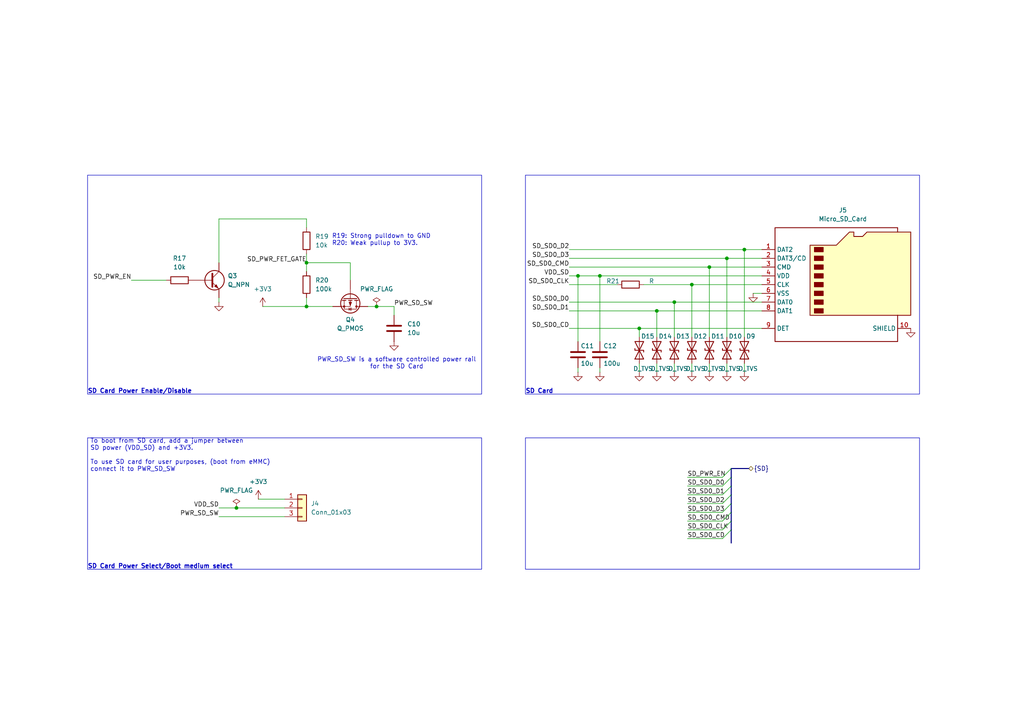
<source format=kicad_sch>
(kicad_sch (version 20250114) (generator "eeschema") (generator_version "9.0")
  (paper "A4")
  (title_block (title "${BOARD_NAME}") (date "${RELEASE_DATE}") (rev "${REVISION}") (company "${COMPANY}") (comment 1 "${VARIANT}"))
  (lib_symbols
    (symbol "Connector:Micro_SD_Card_Det1"
      (property "Reference" "J" (at -16.51 17.78 0))
      (property "Value" "Micro_SD_Card_Det1" (at 16.51 17.78 0))
      (symbol "Micro_SD_Card_Det1_0_1"
        (polyline (pts (xy -8.89 -8.89) (xy -8.89 11.43) (xy -1.27 11.43) (xy 2.54 15.24) (xy 3.81 15.24) (xy 3.81 13.97) (xy 6.35 13.97) (xy 7.62 15.24) (xy 20.32 15.24) (xy 20.32 -8.89) (xy -8.89 -8.89)) (stroke (width 0.254)) (fill (type background)))
        (rectangle (start -7.62 10.795) (end -5.08 9.525) (stroke (width 0.254)) (fill (type outline)))
        (rectangle (start -7.62 8.255) (end -5.08 6.985) (stroke (width 0.254)) (fill (type outline)))
        (rectangle (start -7.62 5.715) (end -5.08 4.445) (stroke (width 0.254)) (fill (type outline)))
        (rectangle (start -7.62 3.175) (end -5.08 1.905) (stroke (width 0.254)) (fill (type outline)))
        (rectangle (start -7.62 0.635) (end -5.08 -0.635) (stroke (width 0.254)) (fill (type outline)))
        (rectangle (start -7.62 -1.905) (end -5.08 -3.175) (stroke (width 0.254)) (fill (type outline)))
        (rectangle (start -7.62 -4.445) (end -5.08 -5.715) (stroke (width 0.254)) (fill (type outline)))
        (rectangle (start -7.62 -6.985) (end -5.08 -8.255) (stroke (width 0.254)) (fill (type outline)))
        (polyline (pts (xy 16.51 15.24) (xy 16.51 16.51) (xy -19.05 16.51) (xy -19.05 -16.51) (xy 16.51 -16.51) (xy 16.51 -8.89)) (stroke (width 0.254)))
      )
      (symbol "Micro_SD_Card_Det1_1_1"
        (pin bidirectional line (at -22.86 10.16 0) (length 3.81) (name "DAT2") (number "1"))
        (pin bidirectional line (at -22.86 7.62 0) (length 3.81) (name "DAT3/CD") (number "2"))
        (pin input line (at -22.86 5.08 0) (length 3.81) (name "CMD") (number "3"))
        (pin power_in line (at -22.86 2.54 0) (length 3.81) (name "VDD") (number "4"))
        (pin input line (at -22.86 0 0) (length 3.81) (name "CLK") (number "5"))
        (pin power_in line (at -22.86 -2.54 0) (length 3.81) (name "VSS") (number "6"))
        (pin bidirectional line (at -22.86 -5.08 0) (length 3.81) (name "DAT0") (number "7"))
        (pin bidirectional line (at -22.86 -7.62 0) (length 3.81) (name "DAT1") (number "8"))
        (pin passive line (at -22.86 -12.7 0) (length 3.81) (name "DET") (number "9"))
        (pin passive line (at 20.32 -12.7 180) (length 3.81) (name "SHIELD") (number "10"))
      )
    )
    (symbol "Connector_Generic:Conn_01x03" (pin_names (offset 1.016) (hide yes))
      (property "Reference" "J" (at 0 5.08 0))
      (property "Value" "Conn_01x03" (at 0 -5.08 0))
      (symbol "Conn_01x03_1_1"
        (rectangle (start -1.27 3.81) (end 1.27 -3.81) (stroke (width 0.254)) (fill (type background)))
        (rectangle (start -1.27 2.667) (end 0 2.413) (stroke (width 0.1524)))
        (rectangle (start -1.27 0.127) (end 0 -0.127) (stroke (width 0.1524)))
        (rectangle (start -1.27 -2.413) (end 0 -2.667) (stroke (width 0.1524)))
        (pin passive line (at -5.08 2.54 0) (length 3.81) (name "Pin_1") (number "1"))
        (pin passive line (at -5.08 0 0) (length 3.81) (name "Pin_2") (number "2"))
        (pin passive line (at -5.08 -2.54 0) (length 3.81) (name "Pin_3") (number "3"))
      )
    )
    (symbol "Device:C" (pin_numbers (hide yes)) (pin_names (offset 0.254))
      (property "Reference" "C" (at 0.635 2.54 0))
      (property "Value" "C" (at 0.635 -2.54 0))
      (symbol "C_0_1"
        (polyline (pts (xy -2.032 0.762) (xy 2.032 0.762)) (stroke (width 0.508)))
        (polyline (pts (xy -2.032 -0.762) (xy 2.032 -0.762)) (stroke (width 0.508)))
      )
      (symbol "C_1_1"
        (pin passive line (at 0 3.81 270) (length 2.794) (name "~") (number "1"))
        (pin passive line (at 0 -3.81 90) (length 2.794) (name "~") (number "2"))
      )
    )
    (symbol "Device:D_TVS" (pin_numbers (hide yes)) (pin_names (offset 1.016) (hide yes))
      (property "Reference" "D" (at 0 2.54 0))
      (property "Value" "D_TVS" (at 0 -2.54 0))
      (symbol "D_TVS_0_1"
        (polyline (pts (xy -2.54 1.27) (xy -2.54 -1.27) (xy 2.54 1.27) (xy 2.54 -1.27) (xy -2.54 1.27)) (stroke (width 0.254)))
        (polyline (pts (xy 0.508 1.27) (xy 0 1.27) (xy 0 -1.27) (xy -0.508 -1.27)) (stroke (width 0.254)))
        (polyline (pts (xy 1.27 0) (xy -1.27 0)))
      )
      (symbol "D_TVS_1_1"
        (pin passive line (at -3.81 0 0) (length 2.54) (name "A1") (number "1"))
        (pin passive line (at 3.81 0 180) (length 2.54) (name "A2") (number "2"))
      )
    )
    (symbol "Device:Q_NPN" (pin_numbers (hide yes)) (pin_names (offset 0) (hide yes))
      (property "Reference" "Q" (at 5.08 1.27 0))
      (property "Value" "Q_NPN" (at 5.08 -1.27 0))
      (symbol "Q_NPN_0_1"
        (polyline (pts (xy -2.54 0) (xy 0.635 0)))
        (polyline (pts (xy 0.635 1.905) (xy 0.635 -1.905)) (stroke (width 0.508)))
        (polyline (pts (xy 0.635 0.635) (xy 2.54 2.54)))
        (polyline (pts (xy 0.635 -0.635) (xy 2.54 -2.54)))
        (circle (center 1.27 0) (radius 2.8194) (stroke (width 0.254)))
        (polyline (pts (xy 1.27 -1.778) (xy 1.778 -1.27) (xy 2.286 -2.286) (xy 1.27 -1.778)) (fill (type outline)))
      )
      (symbol "Q_NPN_1_1"
        (pin input line (at -5.08 0 0) (length 2.54) (name "B") (number "B"))
        (pin passive line (at 2.54 5.08 270) (length 2.54) (name "C") (number "C"))
        (pin passive line (at 2.54 -5.08 90) (length 2.54) (name "E") (number "E"))
      )
    )
    (symbol "Device:Q_PMOS" (pin_numbers (hide yes)) (pin_names (offset 0) (hide yes))
      (property "Reference" "Q" (at 5.08 1.27 0))
      (property "Value" "Q_PMOS" (at 5.08 -1.27 0))
      (symbol "Q_PMOS_0_1"
        (polyline (pts (xy 0.254 1.905) (xy 0.254 -1.905)) (stroke (width 0.254)))
        (polyline (pts (xy 0.254 0) (xy -2.54 0)))
        (polyline (pts (xy 0.762 2.286) (xy 0.762 1.27)) (stroke (width 0.254)))
        (polyline (pts (xy 0.762 1.778) (xy 3.302 1.778) (xy 3.302 -1.778) (xy 0.762 -1.778)))
        (polyline (pts (xy 0.762 0.508) (xy 0.762 -0.508)) (stroke (width 0.254)))
        (polyline (pts (xy 0.762 -1.27) (xy 0.762 -2.286)) (stroke (width 0.254)))
        (circle (center 1.651 0) (radius 2.794) (stroke (width 0.254)))
        (polyline (pts (xy 2.286 0) (xy 1.27 0.381) (xy 1.27 -0.381) (xy 2.286 0)) (fill (type outline)))
        (polyline (pts (xy 2.54 2.54) (xy 2.54 1.778)))
        (circle (center 2.54 1.778) (radius 0.254) (fill (type outline)))
        (circle (center 2.54 -1.778) (radius 0.254) (fill (type outline)))
        (polyline (pts (xy 2.54 -2.54) (xy 2.54 0) (xy 0.762 0)))
        (polyline (pts (xy 2.921 -0.381) (xy 3.683 -0.381)))
        (polyline (pts (xy 3.302 -0.381) (xy 2.921 0.254) (xy 3.683 0.254) (xy 3.302 -0.381)))
      )
      (symbol "Q_PMOS_1_1"
        (pin input line (at -5.08 0 0) (length 2.54) (name "G") (number "G"))
        (pin passive line (at 2.54 5.08 270) (length 2.54) (name "D") (number "D"))
        (pin passive line (at 2.54 -5.08 90) (length 2.54) (name "S") (number "S"))
      )
    )
    (symbol "Device:R" (pin_numbers (hide yes)) (pin_names (offset 0))
      (property "Reference" "R" (at 2.032 0 90))
      (property "Value" "R" (at 0 0 90))
      (symbol "R_0_1"
        (rectangle (start -1.016 -2.54) (end 1.016 2.54) (stroke (width 0.254)))
      )
      (symbol "R_1_1"
        (pin passive line (at 0 3.81 270) (length 1.27) (name "~") (number "1"))
        (pin passive line (at 0 -3.81 90) (length 1.27) (name "~") (number "2"))
      )
    )
    (symbol "power:+3V3" (power) (pin_numbers (hide yes)) (pin_names (offset 0) (hide yes))
      (property "Value" "+3V3" (at 0 3.556 0))
      (symbol "+3V3_0_1"
        (polyline (pts (xy -0.762 1.27) (xy 0 2.54)))
        (polyline (pts (xy 0 2.54) (xy 0.762 1.27)))
        (polyline (pts (xy 0 0) (xy 0 2.54)))
      )
      (symbol "+3V3_1_1"
        (pin power_in line (at 0 0 90) (length 0) (name "~") (number "1"))
      )
    )
    (symbol "power:GND" (power) (pin_numbers (hide yes)) (pin_names (offset 0) (hide yes))
      (property "Value" "GND" (at 0 -3.81 0))
      (symbol "GND_0_1"
        (polyline (pts (xy 0 0) (xy 0 -1.27) (xy 1.27 -1.27) (xy 0 -2.54) (xy -1.27 -1.27) (xy 0 -1.27)))
      )
      (symbol "GND_1_1"
        (pin power_in line (at 0 0 270) (length 0) (name "~") (number "1"))
      )
    )
    (symbol "power:PWR_FLAG" (power) (pin_numbers (hide yes)) (pin_names (offset 0) (hide yes))
      (property "Value" "PWR_FLAG" (at 0 3.81 0))
      (symbol "PWR_FLAG_0_0"
        (pin power_out line (at 0 0 90) (length 0) (name "~") (number "1"))
      )
      (symbol "PWR_FLAG_0_1"
        (polyline (pts (xy 0 0) (xy 0 1.27) (xy -1.016 1.905) (xy 0 2.54) (xy 1.016 1.905) (xy 0 1.27)))
      )
    )
  )
  (bus_alias "SD" (members "SD_PWR_EN" "SD_SD0_D0" "SD_SD0_D1" "SD_SD0_D2" "SD_SD0_D3" "SD_SD0_CMD" "SD_SD0_CLK" "SD_SD0_CD"))
  (rectangle (start 152.4 127) (end 266.7 165.1))
  (rectangle (start 25.4 50.8) (end 139.7 114.3))
  (rectangle (start 25.4 127) (end 139.7 165.1))
  (rectangle (start 152.4 50.8) (end 266.7 114.3))
  (text "R19: Strong pulldown to GND\nR20: Weak pullup to 3V3." (at 96.266 69.596 0) (effects (font (size 1.27 1.27)) (justify left)))
  (text "To boot from SD card, add a jumper between\nSD power (VDD_SD) and +3V3.\n\nTo use SD card for user purposes, (boot from eMMC)\nconnect it to PWR_SD_SW" (at 26.162 132.08 0) (effects (font (size 1.27 1.27)) (justify left)))
  (text "SD Card Power Select/Boot medium select" (at 25.4 165.1 0) (effects (font (size 1.27 1.27) (thickness 0.254) (bold yes)) (justify left bottom)))
  (text "SD Card Power Enable/Disable" (at 25.4 114.3 0) (effects (font (size 1.27 1.27) (thickness 0.254) (bold yes)) (justify left bottom)))
  (text "PWR_SD_SW is a software controlled power rail\nfor the SD Card" (at 115.062 105.41 0) (effects (font (size 1.27 1.27))))
  (text "SD Card" (at 152.4 114.3 0) (effects (font (size 1.27 1.27) (thickness 0.254) (bold yes)) (justify left bottom)))
  (junction (at 210.82 74.93))
  (junction (at 88.9 76.2))
  (junction (at 109.22 88.9))
  (junction (at 173.99 80.01))
  (junction (at 200.66 82.55))
  (junction (at 215.9 72.39))
  (junction (at 167.64 80.01))
  (junction (at 195.58 87.63))
  (junction (at 88.9 88.9))
  (junction (at 185.42 95.25))
  (junction (at 190.5 90.17))
  (junction (at 205.74 77.47))
  (junction (at 68.58 147.32))
  (bus_entry (at 212.09 151.13) (size -2.54 2.54))
  (bus_entry (at 212.09 140.97) (size -2.54 2.54))
  (bus_entry (at 212.09 148.59) (size -2.54 2.54))
  (bus_entry (at 212.09 153.67) (size -2.54 2.54))
  (bus_entry (at 212.09 143.51) (size -2.54 2.54))
  (bus_entry (at 212.09 135.89) (size -2.54 2.54))
  (bus_entry (at 212.09 138.43) (size -2.54 2.54))
  (bus_entry (at 212.09 146.05) (size -2.54 2.54))
  (wire (pts (xy 74.93 144.78) (xy 82.55 144.78)))
  (bus (pts (xy 212.09 143.51) (xy 212.09 146.05)))
  (wire (pts (xy 199.39 140.97) (xy 209.55 140.97)))
  (bus (pts (xy 212.09 146.05) (xy 212.09 148.59)))
  (wire (pts (xy 200.66 82.55) (xy 200.66 97.79)))
  (wire (pts (xy 195.58 87.63) (xy 220.98 87.63)))
  (bus (pts (xy 217.17 135.89) (xy 212.09 135.89)))
  (wire (pts (xy 101.6 81.28) (xy 101.6 76.2)))
  (wire (pts (xy 68.58 147.32) (xy 82.55 147.32)))
  (wire (pts (xy 101.6 76.2) (xy 88.9 76.2)))
  (wire (pts (xy 199.39 156.21) (xy 209.55 156.21)))
  (wire (pts (xy 63.5 149.86) (xy 82.55 149.86)))
  (wire (pts (xy 173.99 80.01) (xy 220.98 80.01)))
  (wire (pts (xy 63.5 76.2) (xy 63.5 63.5)))
  (wire (pts (xy 186.69 82.55) (xy 200.66 82.55)))
  (wire (pts (xy 215.9 72.39) (xy 220.98 72.39)))
  (wire (pts (xy 167.64 80.01) (xy 165.1 80.01)))
  (wire (pts (xy 114.3 88.9) (xy 114.3 91.44)))
  (wire (pts (xy 205.74 105.41) (xy 205.74 107.95)))
  (wire (pts (xy 167.64 107.95) (xy 167.64 106.68)))
  (wire (pts (xy 199.39 143.51) (xy 209.55 143.51)))
  (wire (pts (xy 199.39 151.13) (xy 209.55 151.13)))
  (wire (pts (xy 165.1 90.17) (xy 190.5 90.17)))
  (wire (pts (xy 165.1 95.25) (xy 185.42 95.25)))
  (wire (pts (xy 185.42 95.25) (xy 185.42 97.79)))
  (wire (pts (xy 185.42 95.25) (xy 220.98 95.25)))
  (wire (pts (xy 88.9 76.2) (xy 88.9 78.74)))
  (wire (pts (xy 88.9 73.66) (xy 88.9 76.2)))
  (wire (pts (xy 63.5 86.36) (xy 63.5 87.63)))
  (wire (pts (xy 190.5 90.17) (xy 190.5 97.79)))
  (wire (pts (xy 63.5 63.5) (xy 88.9 63.5)))
  (wire (pts (xy 205.74 77.47) (xy 220.98 77.47)))
  (wire (pts (xy 173.99 107.95) (xy 173.99 106.68)))
  (wire (pts (xy 215.9 72.39) (xy 215.9 97.79)))
  (wire (pts (xy 185.42 107.95) (xy 185.42 105.41)))
  (wire (pts (xy 215.9 105.41) (xy 215.9 107.95)))
  (wire (pts (xy 190.5 105.41) (xy 190.5 107.95)))
  (wire (pts (xy 167.64 99.06) (xy 167.64 80.01)))
  (bus (pts (xy 212.09 153.67) (xy 212.09 157.48)))
  (bus (pts (xy 212.09 148.59) (xy 212.09 151.13)))
  (wire (pts (xy 165.1 87.63) (xy 195.58 87.63)))
  (wire (pts (xy 218.44 85.09) (xy 220.98 85.09)))
  (bus (pts (xy 212.09 140.97) (xy 212.09 143.51)))
  (wire (pts (xy 199.39 138.43) (xy 209.55 138.43)))
  (wire (pts (xy 200.66 82.55) (xy 220.98 82.55)))
  (wire (pts (xy 165.1 77.47) (xy 205.74 77.47)))
  (bus (pts (xy 212.09 138.43) (xy 212.09 140.97)))
  (wire (pts (xy 106.68 88.9) (xy 109.22 88.9)))
  (wire (pts (xy 63.5 147.32) (xy 68.58 147.32)))
  (wire (pts (xy 165.1 74.93) (xy 210.82 74.93)))
  (bus (pts (xy 212.09 151.13) (xy 212.09 153.67)))
  (bus (pts (xy 212.09 135.89) (xy 212.09 138.43)))
  (wire (pts (xy 199.39 146.05) (xy 209.55 146.05)))
  (wire (pts (xy 88.9 88.9) (xy 96.52 88.9)))
  (wire (pts (xy 165.1 72.39) (xy 215.9 72.39)))
  (wire (pts (xy 109.22 88.9) (xy 114.3 88.9)))
  (wire (pts (xy 76.2 88.9) (xy 88.9 88.9)))
  (wire (pts (xy 200.66 105.41) (xy 200.66 107.95)))
  (wire (pts (xy 195.58 87.63) (xy 195.58 97.79)))
  (wire (pts (xy 88.9 63.5) (xy 88.9 66.04)))
  (wire (pts (xy 88.9 88.9) (xy 88.9 86.36)))
  (wire (pts (xy 210.82 105.41) (xy 210.82 107.95)))
  (wire (pts (xy 195.58 105.41) (xy 195.58 107.95)))
  (wire (pts (xy 165.1 82.55) (xy 179.07 82.55)))
  (wire (pts (xy 210.82 74.93) (xy 210.82 97.79)))
  (wire (pts (xy 190.5 90.17) (xy 220.98 90.17)))
  (wire (pts (xy 205.74 77.47) (xy 205.74 97.79)))
  (wire (pts (xy 173.99 99.06) (xy 173.99 80.01)))
  (wire (pts (xy 38.1 81.28) (xy 48.26 81.28)))
  (wire (pts (xy 199.39 148.59) (xy 209.55 148.59)))
  (wire (pts (xy 210.82 74.93) (xy 220.98 74.93)))
  (wire (pts (xy 167.64 80.01) (xy 173.99 80.01)))
  (wire (pts (xy 199.39 153.67) (xy 209.55 153.67)))
  (label "SD_SD0_D0" (at 165.1 87.63 180))
  (label "SD_SD0_CMD" (at 199.39 151.13 0))
  (label "VDD_SD" (at 63.5 147.32 180))
  (label "VDD_SD" (at 165.1 80.01 180))
  (label "PWR_SD_SW" (at 63.5 149.86 180))
  (label "SD_SD0_D0" (at 199.39 140.97 0))
  (label "SD_PWR_EN" (at 199.39 138.43 0))
  (label "SD_SD0_D3" (at 199.39 148.59 0))
  (label "SD_SD0_CLK" (at 199.39 153.67 0))
  (label "SD_PWR_EN" (at 38.1 81.28 180))
  (label "SD_SD0_D2" (at 165.1 72.39 180))
  (label "SD_SD0_CD" (at 165.1 95.25 180))
  (label "SD_SD0_CLK" (at 165.1 82.55 180))
  (label "PWR_SD_SW" (at 114.3 88.9 0))
  (label "SD_SD0_CD" (at 199.39 156.21 0))
  (label "SD_PWR_FET_GATE" (at 88.9 76.2 180))
  (label "SD_SD0_CMD" (at 165.1 77.47 180))
  (label "SD_SD0_D3" (at 165.1 74.93 180))
  (label "SD_SD0_D1" (at 165.1 90.17 180))
  (label "SD_SD0_D1" (at 199.39 143.51 0))
  (label "SD_SD0_D2" (at 199.39 146.05 0))
  (hierarchical_label "{SD}" (shape bidirectional) (at 217.17 135.89 0))
  (symbol (lib_id "Connector_Generic:Conn_01x03") (at 87.63 147.32 0) (unit 1)
    (property "Reference" "J4" (at 90.17 146.0499 0) (effects (justify left)))
    (property "Value" "Conn_01x03" (at 90.17 148.5899 0) (effects (justify left)))
    (property "Description" "Generic connector, single row, 01x03, script generated (kicad-library-utils/schlib/autogen/connector/)" (effects (hide yes)))
  )
  (symbol (lib_id "power:GND") (at 218.44 85.09 0) (unit 1)
    (property "Reference" "#PWR049" (effects (hide yes)))
    (property "Value" "GND" (effects (hide yes)))
    (property "Description" "Power symbol creates a global label with name \"GND\" , ground" (effects (hide yes)))
  )
  (symbol (lib_id "Device:R") (at 182.88 82.55 90) (unit 1)
    (property "Reference" "R21" (at 177.8 81.534 90))
    (property "Value" "R" (at 188.976 81.534 90))
    (property "Description" "Resistor" (effects (hide yes)))
  )
  (symbol (lib_id "power:GND") (at 264.16 95.25 0) (unit 1)
    (property "Reference" "#PWR048" (effects (hide yes)))
    (property "Value" "GND" (effects (hide yes)))
    (property "Description" "Power symbol creates a global label with name \"GND\" , ground" (effects (hide yes)))
  )
  (symbol (lib_id "Device:D_TVS") (at 205.74 101.6 90) (unit 1)
    (property "Reference" "D11" (at 206.248 97.536 90) (effects (justify right)))
    (property "Value" "D_TVS" (at 203.962 106.934 90) (effects (justify right)))
    (property "Description" "Bidirectional transient-voltage-suppression diode" (effects (hide yes)))
  )
  (symbol (lib_id "power:PWR_FLAG") (at 109.22 88.9 0) (unit 1)
    (property "Reference" "#FLG06" (effects (hide yes)))
    (property "Value" "PWR_FLAG" (at 109.22 83.82 0))
    (property "Description" "Special symbol for telling ERC where power comes from" (effects (hide yes)))
  )
  (symbol (lib_id "Device:R") (at 52.07 81.28 90) (unit 1)
    (property "Reference" "R17" (at 52.07 74.93 90))
    (property "Value" "10k" (at 52.07 77.47 90))
    (property "Description" "Resistor" (effects (hide yes)))
  )
  (symbol (lib_id "Device:C") (at 167.64 102.87 0) (unit 1)
    (property "Reference" "C11" (at 168.402 100.33 0) (effects (justify left)))
    (property "Value" "10u" (at 168.402 105.41 0) (effects (justify left)))
    (property "Description" "Unpolarized capacitor" (effects (hide yes)))
  )
  (symbol (lib_id "Device:Q_NPN") (at 60.96 81.28 0) (unit 1)
    (property "Reference" "Q3" (at 66.04 80.0099 0) (effects (justify left)))
    (property "Value" "Q_NPN" (at 66.04 82.5499 0) (effects (justify left)))
    (property "Description" "NPN bipolar junction transistor" (effects (hide yes)))
  )
  (symbol (lib_id "power:GND") (at 114.3 99.06 0) (unit 1)
    (property "Reference" "#PWR046" (effects (hide yes)))
    (property "Value" "GND" (effects (hide yes)))
    (property "Description" "Power symbol creates a global label with name \"GND\" , ground" (effects (hide yes)))
  )
  (symbol (lib_id "Device:D_TVS") (at 185.42 101.6 90) (unit 1)
    (property "Reference" "D15" (at 185.928 97.536 90) (effects (justify right)))
    (property "Value" "D_TVS" (at 183.642 106.934 90) (effects (justify right)))
    (property "Description" "Bidirectional transient-voltage-suppression diode" (effects (hide yes)))
  )
  (symbol (lib_id "Device:C") (at 114.3 95.25 0) (unit 1)
    (property "Reference" "C10" (at 118.11 93.9799 0) (effects (justify left)))
    (property "Value" "10u" (at 118.11 96.5199 0) (effects (justify left)))
    (property "Description" "Unpolarized capacitor" (effects (hide yes)))
  )
  (symbol (lib_id "power:GND") (at 185.42 107.95 0) (unit 1)
    (property "Reference" "#PWR052" (effects (hide yes)))
    (property "Value" "GND" (effects (hide yes)))
    (property "Description" "Power symbol creates a global label with name \"GND\" , ground" (effects (hide yes)))
  )
  (symbol (lib_id "Device:D_TVS") (at 215.9 101.6 90) (unit 1)
    (property "Reference" "D9" (at 216.408 97.536 90) (effects (justify right)))
    (property "Value" "D_TVS" (at 214.122 106.934 90) (effects (justify right)))
    (property "Description" "Bidirectional transient-voltage-suppression diode" (effects (hide yes)))
  )
  (symbol (lib_id "power:GND") (at 173.99 107.95 0) (unit 1)
    (property "Reference" "#PWR051" (effects (hide yes)))
    (property "Value" "GND" (effects (hide yes)))
    (property "Description" "Power symbol creates a global label with name \"GND\" , ground" (effects (hide yes)))
  )
  (symbol (lib_id "power:+3V3") (at 76.2 88.9 0) (unit 1)
    (property "Reference" "#PWR045" (effects (hide yes)))
    (property "Value" "+3V3" (at 76.2 83.82 0))
    (property "Description" "Power symbol creates a global label with name \"+3V3\"" (effects (hide yes)))
  )
  (symbol (lib_id "power:GND") (at 210.82 107.95 0) (unit 1)
    (property "Reference" "#PWR056" (effects (hide yes)))
    (property "Value" "GND" (effects (hide yes)))
    (property "Description" "Power symbol creates a global label with name \"GND\" , ground" (effects (hide yes)))
  )
  (symbol (lib_id "Connector:Micro_SD_Card_Det1") (at 243.84 82.55 0) (unit 1)
    (property "Reference" "J5" (at 244.475 60.96 0))
    (property "Value" "Micro_SD_Card" (at 244.475 63.5 0))
    (property "Datasheet" "https://datasheet.lcsc.com/lcsc/2110151630_XKB-Connectivity-XKTF-015-N_C381082.pdf" (effects (hide yes)))
    (property "Description" "Micro SD Card Socket with one card detection pin" (effects (hide yes)))
  )
  (symbol (lib_id "power:GND") (at 167.64 107.95 0) (unit 1)
    (property "Reference" "#PWR050" (effects (hide yes)))
    (property "Value" "GND" (effects (hide yes)))
    (property "Description" "Power symbol creates a global label with name \"GND\" , ground" (effects (hide yes)))
  )
  (symbol (lib_id "power:PWR_FLAG") (at 68.58 147.32 0) (unit 1)
    (property "Reference" "#FLG07" (effects (hide yes)))
    (property "Value" "PWR_FLAG" (at 68.58 142.24 0))
    (property "Description" "Special symbol for telling ERC where power comes from" (effects (hide yes)))
  )
  (symbol (lib_id "Device:D_TVS") (at 190.5 101.6 90) (unit 1)
    (property "Reference" "D14" (at 191.008 97.536 90) (effects (justify right)))
    (property "Value" "D_TVS" (at 188.722 106.934 90) (effects (justify right)))
    (property "Description" "Bidirectional transient-voltage-suppression diode" (effects (hide yes)))
  )
  (symbol (lib_id "Device:Q_PMOS") (at 101.6 86.36 270) (unit 1)
    (property "Reference" "Q4" (at 101.6 92.71 90))
    (property "Value" "Q_PMOS" (at 101.6 95.25 90))
    (property "Description" "P-MOSFET transistor" (effects (hide yes)))
  )
  (symbol (lib_id "power:GND") (at 195.58 107.95 0) (unit 1)
    (property "Reference" "#PWR053" (effects (hide yes)))
    (property "Value" "GND" (effects (hide yes)))
    (property "Description" "Power symbol creates a global label with name \"GND\" , ground" (effects (hide yes)))
  )
  (symbol (lib_id "power:GND") (at 215.9 107.95 0) (unit 1)
    (property "Reference" "#PWR057" (effects (hide yes)))
    (property "Value" "GND" (effects (hide yes)))
    (property "Description" "Power symbol creates a global label with name \"GND\" , ground" (effects (hide yes)))
  )
  (symbol (lib_id "Device:D_TVS") (at 195.58 101.6 90) (unit 1)
    (property "Reference" "D13" (at 196.088 97.536 90) (effects (justify right)))
    (property "Value" "D_TVS" (at 193.802 106.934 90) (effects (justify right)))
    (property "Description" "Bidirectional transient-voltage-suppression diode" (effects (hide yes)))
  )
  (symbol (lib_id "power:GND") (at 205.74 107.95 0) (unit 1)
    (property "Reference" "#PWR055" (effects (hide yes)))
    (property "Value" "GND" (effects (hide yes)))
    (property "Description" "Power symbol creates a global label with name \"GND\" , ground" (effects (hide yes)))
  )
  (symbol (lib_id "Device:R") (at 88.9 82.55 180) (unit 1)
    (property "Reference" "R20" (at 91.44 81.2799 0) (effects (justify right)))
    (property "Value" "100k" (at 91.44 83.8199 0) (effects (justify right)))
    (property "Description" "Resistor" (effects (hide yes)))
  )
  (symbol (lib_id "power:GND") (at 190.5 107.95 0) (unit 1)
    (property "Reference" "#PWR058" (effects (hide yes)))
    (property "Value" "GND" (effects (hide yes)))
    (property "Description" "Power symbol creates a global label with name \"GND\" , ground" (effects (hide yes)))
  )
  (symbol (lib_id "Device:D_TVS") (at 200.66 101.6 90) (unit 1)
    (property "Reference" "D12" (at 201.168 97.536 90) (effects (justify right)))
    (property "Value" "D_TVS" (at 198.882 106.934 90) (effects (justify right)))
    (property "Description" "Bidirectional transient-voltage-suppression diode" (effects (hide yes)))
  )
  (symbol (lib_id "Device:R") (at 88.9 69.85 0) (unit 1)
    (property "Reference" "R19" (at 91.44 68.5799 0) (effects (justify left)))
    (property "Value" "10k" (at 91.44 71.1199 0) (effects (justify left)))
    (property "Description" "Resistor" (effects (hide yes)))
  )
  (symbol (lib_id "Device:D_TVS") (at 210.82 101.6 90) (unit 1)
    (property "Reference" "D10" (at 211.328 97.536 90) (effects (justify right)))
    (property "Value" "D_TVS" (at 209.042 106.934 90) (effects (justify right)))
    (property "Description" "Bidirectional transient-voltage-suppression diode" (effects (hide yes)))
  )
  (symbol (lib_id "power:GND") (at 63.5 87.63 0) (unit 1)
    (property "Reference" "#PWR044" (effects (hide yes)))
    (property "Value" "GND" (effects (hide yes)))
    (property "Description" "Power symbol creates a global label with name \"GND\" , ground" (effects (hide yes)))
  )
  (symbol (lib_id "power:+3V3") (at 74.93 144.78 0) (unit 1)
    (property "Reference" "#PWR047" (effects (hide yes)))
    (property "Value" "+3V3" (at 74.93 139.7 0))
    (property "Description" "Power symbol creates a global label with name \"+3V3\"" (effects (hide yes)))
  )
  (symbol (lib_id "Device:C") (at 173.99 102.87 0) (unit 1)
    (property "Reference" "C12" (at 175.006 100.33 0) (effects (justify left)))
    (property "Value" "100u" (at 175.006 105.41 0) (effects (justify left)))
    (property "Description" "Unpolarized capacitor" (effects (hide yes)))
  )
  (symbol (lib_id "power:GND") (at 200.66 107.95 0) (unit 1)
    (property "Reference" "#PWR054" (effects (hide yes)))
    (property "Value" "GND" (effects (hide yes)))
    (property "Description" "Power symbol creates a global label with name \"GND\" , ground" (effects (hide yes)))
  )
)
</source>
